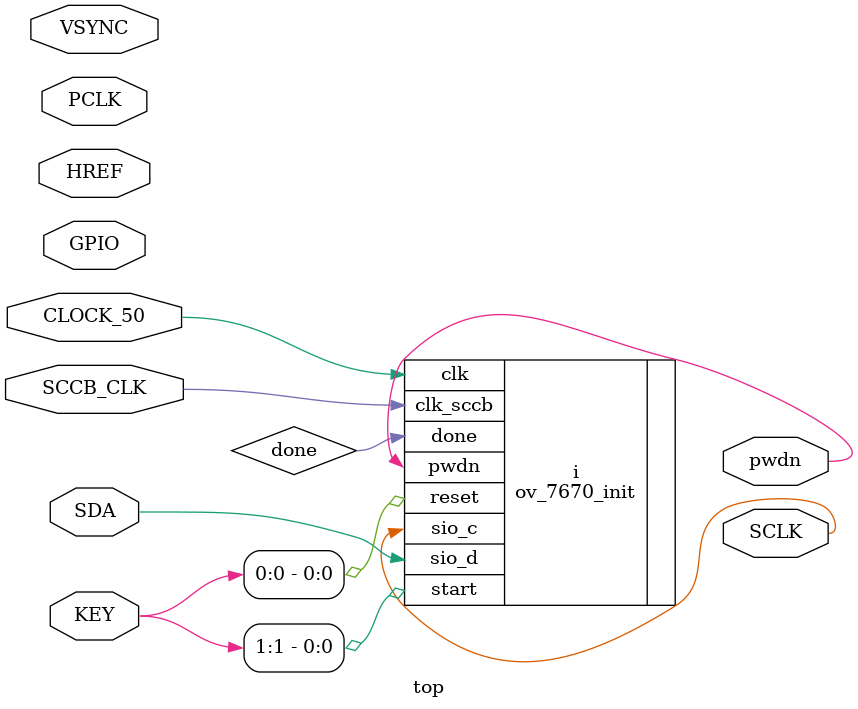
<source format=sv>
`default_nettype none

module top
  (input logic CLOCK_50,   // TODO: system clock for state transitions
   inout SDA,              // TODO: for i2c SCCB data (tri-state) ties to sio_d ?
   output logic SCLK,       // TODO: i2c clock? ties to sio_c = SCCB clock ?
   output logic pwdn,      // TODO: power down for cams, not sure which port
   input  logic [1:0] KEY, // for reset signal, start?
   input logic SCCB_CLK,    // TODO: clock for sccb protocol (100kHz to 400kHz)
   input logic [7:0] GPIO,
   input HREF, VSYNC, PCLK);  // TODO:

  logic pwdn, done;
  ov_7670_init i(.clk(CLOCK_50),      // TODO: System clock for state transitions
                 .clk_sccb(SCCB_CLK), // TODO  Clock for SCCB protocol (100kHz to 400kHz)
                 .reset(KEY[0]),      // TODO: RESET KEY Async reset signal
                 .sio_d(SDA),         // TODO: 
                 .start(KEY[1]),       // TODO: KEY for start i2c?
                 .sio_c(SCLK),        // output TODO
                 .pwdn(pwdn),         // output TODO
                 .done(done));        // output TODO

  logic [23:0] data_out;
  logic write_en; // data_out needs to be captured
  logic [18:0] addr;
  ov_7670_capture c(.pclk(PCLK),          // TODO
                    .vsync(VSYNC),        // TODO
                    .href(HREF),          // TODO
                    .data(GPIO[7:0]),     // TODO 
                    .addr(addr),          // address of pixel_data
                    .data_out(data_out),  //
                    .write_en(write_en)); //


endmodule
</source>
